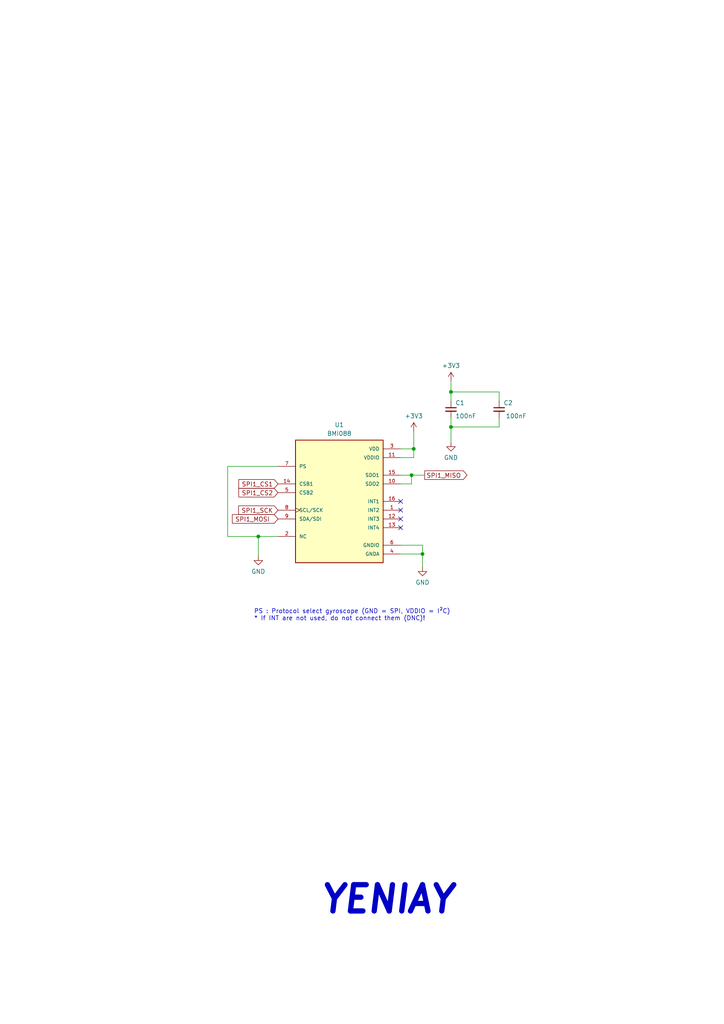
<source format=kicad_sch>
(kicad_sch (version 20231120) (generator "eeschema") (generator_version "8.0")
  (paper "A4" portrait)
  (title_block (title "BMI088") (date "2024-11-22") (rev "Ozan E."))
  (lib_symbols
    (symbol "BMI088:BMI088" (pin_names (offset 1.016))
      (property "Reference" "U" (at -12.7 18.415 0))
      (property "Value" "BMI088" (at -12.7 -20.32 0))
      (symbol "BMI088_0_0"
        (rectangle (start -12.7 -17.78) (end 12.7 17.78) (stroke (width 0.254)) (fill (type background)))
        (pin bidirectional line (at 17.78 -2.54 180) (length 5.08) (name "INT2") (number "1"))
        (pin output line (at 17.78 5.08 180) (length 5.08) (name "SDO2") (number "10"))
        (pin power_in line (at 17.78 12.7 180) (length 5.08) (name "VDDIO") (number "11"))
        (pin bidirectional line (at 17.78 -5.08 180) (length 5.08) (name "INT3") (number "12"))
        (pin bidirectional line (at 17.78 -7.62 180) (length 5.08) (name "INT4") (number "13"))
        (pin input line (at -17.78 5.08 0) (length 5.08) (name "CSB1") (number "14"))
        (pin output line (at 17.78 7.62 180) (length 5.08) (name "SDO1") (number "15"))
        (pin bidirectional line (at 17.78 0 180) (length 5.08) (name "INT1") (number "16"))
        (pin passive line (at -17.78 -10.16 0) (length 5.08) (name "NC") (number "2"))
        (pin power_in line (at 17.78 15.24 180) (length 5.08) (name "VDD") (number "3"))
        (pin power_in line (at 17.78 -15.24 180) (length 5.08) (name "GNDA") (number "4"))
        (pin input line (at -17.78 2.54 0) (length 5.08) (name "CSB2") (number "5"))
        (pin power_in line (at 17.78 -12.7 180) (length 5.08) (name "GNDIO") (number "6"))
        (pin input line (at -17.78 10.16 0) (length 5.08) (name "PS") (number "7"))
        (pin input clock (at -17.78 -2.54 0) (length 5.08) (name "SCL/SCK") (number "8"))
        (pin bidirectional line (at -17.78 -5.08 0) (length 5.08) (name "SDA/SDI") (number "9"))
      )
    )
    (symbol "Device:C_Small" (pin_numbers hide) (pin_names (offset 0.254) hide)
      (property "Reference" "C" (at 0.254 1.778 0))
      (property "Value" "C_Small" (at 0.254 -2.032 0))
      (symbol "C_Small_0_1"
        (polyline (pts (xy -1.524 -0.508) (xy 1.524 -0.508)) (stroke (width 0.3302)))
        (polyline (pts (xy -1.524 0.508) (xy 1.524 0.508)) (stroke (width 0.3048)))
      )
      (symbol "C_Small_1_1"
        (pin passive line (at 0 2.54 270) (length 2.032) (name "~") (number "1"))
        (pin passive line (at 0 -2.54 90) (length 2.032) (name "~") (number "2"))
      )
    )
    (symbol "power:+3V3" (power) (pin_numbers hide) (pin_names (offset 0) hide)
      (property "Value" "+3V3" (at 0 3.556 0))
      (symbol "+3V3_0_1"
        (polyline (pts (xy -0.762 1.27) (xy 0 2.54)))
        (polyline (pts (xy 0 0) (xy 0 2.54)))
        (polyline (pts (xy 0 2.54) (xy 0.762 1.27)))
      )
      (symbol "+3V3_1_1"
        (pin power_in line (at 0 0 90) (length 0) (name "~") (number "1"))
      )
    )
    (symbol "power:GND" (power) (pin_numbers hide) (pin_names (offset 0) hide)
      (property "Value" "GND" (at 0 -3.81 0))
      (symbol "GND_0_1"
        (polyline (pts (xy 0 0) (xy 0 -1.27) (xy 1.27 -1.27) (xy 0 -2.54) (xy -1.27 -1.27) (xy 0 -1.27)))
      )
      (symbol "GND_1_1"
        (pin power_in line (at 0 0 270) (length 0) (name "~") (number "1"))
      )
    )
  )
  (junction (at 74.93 155.575))
  (junction (at 122.555 160.655))
  (junction (at 130.81 123.825))
  (junction (at 120.015 130.175))
  (junction (at 130.81 113.665))
  (junction (at 119.38 137.795))
  (no_connect (at 116.205 153.035))
  (no_connect (at 116.205 150.495))
  (no_connect (at 116.205 147.955))
  (no_connect (at 116.205 145.415))
  (wire (pts (xy 144.78 121.285) (xy 144.78 123.825)))
  (wire (pts (xy 122.555 160.655) (xy 122.555 164.465)))
  (wire (pts (xy 130.81 121.285) (xy 130.81 123.825)))
  (wire (pts (xy 116.205 158.115) (xy 122.555 158.115)))
  (wire (pts (xy 130.81 123.825) (xy 130.81 128.27)))
  (wire (pts (xy 66.04 135.255) (xy 66.04 155.575)))
  (wire (pts (xy 119.38 137.795) (xy 123.19 137.795)))
  (wire (pts (xy 130.81 110.49) (xy 130.81 113.665)))
  (wire (pts (xy 119.38 137.795) (xy 119.38 140.335)))
  (wire (pts (xy 74.93 155.575) (xy 74.93 161.29)))
  (wire (pts (xy 144.78 113.665) (xy 130.81 113.665)))
  (wire (pts (xy 116.205 160.655) (xy 122.555 160.655)))
  (wire (pts (xy 119.38 140.335) (xy 116.205 140.335)))
  (wire (pts (xy 116.205 137.795) (xy 119.38 137.795)))
  (wire (pts (xy 120.015 132.715) (xy 120.015 130.175)))
  (wire (pts (xy 116.205 132.715) (xy 120.015 132.715)))
  (wire (pts (xy 130.81 113.665) (xy 130.81 116.205)))
  (wire (pts (xy 122.555 158.115) (xy 122.555 160.655)))
  (wire (pts (xy 116.205 130.175) (xy 120.015 130.175)))
  (wire (pts (xy 80.645 155.575) (xy 74.93 155.575)))
  (wire (pts (xy 144.78 116.205) (xy 144.78 113.665)))
  (wire (pts (xy 144.78 123.825) (xy 130.81 123.825)))
  (wire (pts (xy 120.015 125.095) (xy 120.015 130.175)))
  (wire (pts (xy 66.04 155.575) (xy 74.93 155.575)))
  (wire (pts (xy 80.645 135.255) (xy 66.04 135.255)))
  (text "YENIAY" (at 112.395 260.985 0) (effects (font (size 7.62 7.62) (thickness 1.524) (bold yes) (italic yes))))
  (text "PS : Protocol select gyroscope (GND = SPI, VDDIO = I²C)\n* If INT are not used, do not connect them (DNC)!" (at 73.66 178.435 0) (effects (font (size 1.27 1.27)) (justify left)))
  (global_label "SPI1_CS1" (shape input) (at 80.645 140.335 180) (property "Intersheetrefs" "${INTERSHEET_REFS}" (effects (hide yes))))
  (global_label "SPI1_CS2" (shape input) (at 80.645 142.875 180) (property "Intersheetrefs" "${INTERSHEET_REFS}" (effects (hide yes))))
  (global_label "SPI1_SCK" (shape input) (at 80.645 147.955 180) (property "Intersheetrefs" "${INTERSHEET_REFS}" (effects (hide yes))))
  (global_label "SPI1_MOSI " (shape input) (at 80.645 150.495 180) (property "Intersheetrefs" "${INTERSHEET_REFS}" (effects (hide yes))))
  (global_label "SPI1_MISO" (shape output) (at 123.19 137.795 0) (property "Intersheetrefs" "${INTERSHEET_REFS}" (effects (hide yes))))
  (symbol (lib_id "power:GND") (at 130.81 128.27 0) (unit 1)
    (property "Reference" "#PWR03" (effects (hide yes)))
    (property "Value" "GND" (at 130.81 132.715 0))
    (property "Description" "Power symbol creates a global label with name \"GND\" , ground" (effects (hide yes)))
  )
  (symbol (lib_id "power:+3V3") (at 120.015 125.095 0) (unit 1)
    (property "Reference" "#PWR02" (effects (hide yes)))
    (property "Value" "+3V3" (at 120.015 120.65 0))
    (property "Description" "Power symbol creates a global label with name \"+3V3\"" (effects (hide yes)))
  )
  (symbol (lib_id "power:GND") (at 122.555 164.465 0) (unit 1)
    (property "Reference" "#PWR01" (effects (hide yes)))
    (property "Value" "GND" (at 122.555 168.91 0))
    (property "Description" "Power symbol creates a global label with name \"GND\" , ground" (effects (hide yes)))
  )
  (symbol (lib_id "Device:C_Small") (at 144.78 118.745 0) (unit 1)
    (property "Reference" "C2" (at 146.05 116.84 0) (effects (justify left)))
    (property "Value" "100nF" (at 146.685 120.65 0) (effects (justify left)))
    (property "Description" "Unpolarized capacitor, small symbol" (effects (hide yes)))
  )
  (symbol (lib_id "power:+3V3") (at 130.81 110.49 0) (unit 1)
    (property "Reference" "#PWR04" (effects (hide yes)))
    (property "Value" "+3V3" (at 130.81 106.045 0))
    (property "Description" "Power symbol creates a global label with name \"+3V3\"" (effects (hide yes)))
  )
  (symbol (lib_id "Device:C_Small") (at 130.81 118.745 0) (unit 1)
    (property "Reference" "C1" (at 132.08 116.84 0) (effects (justify left)))
    (property "Value" "100nF" (at 132.08 120.65 0) (effects (justify left)))
    (property "Description" "Unpolarized capacitor, small symbol" (effects (hide yes)))
  )
  (symbol (lib_id "BMI088:BMI088") (at 98.425 145.415 0) (unit 1)
    (property "Reference" "U1" (at 98.425 123.19 0))
    (property "Value" "BMI088" (at 98.425 125.73 0))
    (property "Footprint" "BMI088:PQFN50P450X300X100-16N" (effects (hide yes)))
    (property "MF" "Bosch Sensortec" (effects (hide yes)))
    (property "PURCHASE-URL" "https://pricing.snapeda.com/search/part/BMI088/?ref=eda" (effects (hide yes)))
    (property "PACKAGE" "VFLGA-16 Bosch Sensortec" (effects (hide yes)))
    (property "PRICE" "None" (effects (hide yes)))
    (property "Package" "VFLGA-16 Bosch Sensortec" (effects (hide yes)))
    (property "Check_prices" "https://www.snapeda.com/parts/BMI088/Bosch+Sensortec/view-part/?ref=eda" (effects (hide yes)))
    (property "Price" "None" (effects (hide yes)))
    (property "SnapEDA_Link" "https://www.snapeda.com/parts/BMI088/Bosch+Sensortec/view-part/?ref=snap" (effects (hide yes)))
    (property "MP" "BMI088" (effects (hide yes)))
    (property "Description_1" "\n                        \n                            Accelerometer, Gyroscope, 6 Axis Sensor I2C, SPI Output\n                        \n" (effects (hide yes)))
    (property "Availability" "In Stock" (effects (hide yes)))
    (property "AVAILABILITY" "In Stock" (effects (hide yes)))
    (property "DESCRIPTION" "Accelerometer, Gyroscope, 6 Axis Sensor I²C, SPI Output" (effects (hide yes)))
  )
  (symbol (lib_id "power:GND") (at 74.93 161.29 0) (unit 1)
    (property "Reference" "#PWR05" (effects (hide yes)))
    (property "Value" "GND" (at 74.93 165.735 0))
    (property "Description" "Power symbol creates a global label with name \"GND\" , ground" (effects (hide yes)))
  )
)
</source>
